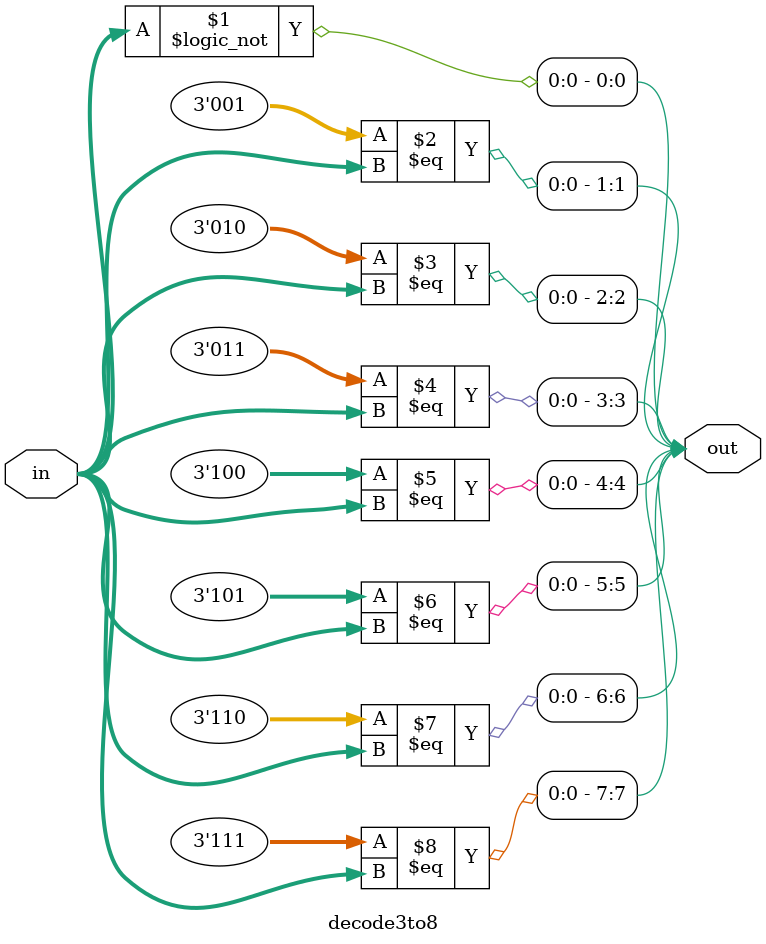
<source format=sv>
`default_nettype none

module top (
  // I/O ports
  input  logic hz100, reset,
  input  logic [20:0] pb,
  output logic [7:0] left, right,
         ss7, ss6, ss5, ss4, ss3, ss2, ss1, ss0,
  output logic red, green, blue,

  // UART ports
  output logic [7:0] txdata,
  input  logic [7:0] rxdata,
  output logic txclk, rxclk,
  input  logic txready, rxready
);

  // Your code goes here...

  assign ss0[6:0] = pb[6:0];
  bargraph b1(pb[15:0], {left[7:0], right[7:0]});
  decode3to8 d1(pb[2:0],{ss7[7], ss6[7], ss5[7], ss4[7], ss3[7], ss2[7], ss1[7], ss0[7]});

endmodule

// Add your submodules below.
module bargraph(input logic [15:0] in, output logic [15:0] out);
    assign out[0] = |in[15:0];
    assign out[1] = |in[15:1];
    assign out[2] = |in[15:2];
    assign out[3] = |in[15:3];
    assign out[4] = |in[15:4];
    assign out[5] = |in[15:5];
    assign out[6] = |in[15:6];
    assign out[7] = |in[15:7];
    assign out[8] = |in[15:8];
    assign out[9] = |in[15:9];
    assign out[10] = |in[15:10];
    assign out[11] = |in[15:11];
    assign out[12] = |in[15:12];
    assign out[13] = |in[15:13];
    assign out[14] = |in[15:14];
    assign out[15] = |in[15];

endmodule

module decode3to8(input logic [2:0] in, output logic[7:0] out);
    assign out[0] = (3'b000 == in[2:0]);
    assign out[1] = (3'b001 == in[2:0]);
    assign out[2] = (3'b010 == in[2:0]);
    assign out[3] = (3'b011 == in[2:0]);
    assign out[4] = (3'b100 == in[2:0]);
    assign out[5] = (3'b101 == in[2:0]);
    assign out[6] = (3'b110 == in[2:0]);
    assign out[7] = (3'b111 == in[2:0]);
endmodule

</source>
